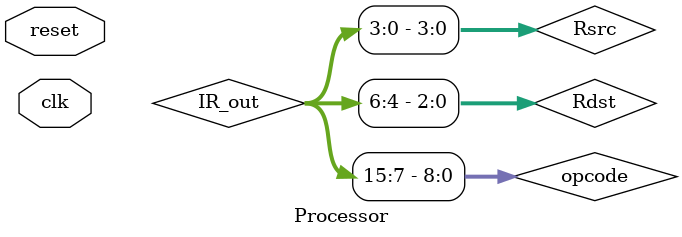
<source format=v>
module Processor (clk,reset);

//Inputs
input clk,reset;


// wires
wire write_enable,mem_en,rw,M2R,data_read,data_write;
wire [31:0] PC_in;
wire [31:0] PC_out;
wire [15:0] IR_out,MDR_out,write_data,operand1,operand2,result;
wire [8:0] opcode;
wire [1:0] alu_function;
wire [3:0] Rsrc;
wire [2:0] Rdst;
wire [5:0] outFlags;



// Instantiations
PC PC_reg (1'b1, clk, reset, PC_in, PC_out);

InstrMem #(16, 21) InstrCache (PC_out[20:0], IR_out, reset);

// IR IR_reg (1'b1, clk, reset, IR_in, IR_out);

CU ControlUnit (opcode, mem_en, rw, data_read, data_write, alu_function);

regFile #(16, 8) registers (data_write, operand1, operand2, write_data, clk, reset, Rsrc, Rdst, Rdst);

ALU_1 ALU(operand1, operand2, alu_function, result, outFlags);

DataMem  #(16, 12)  DM(operand1[11:0], result,MDR_out, reset, mem_en, rw);

Incrementor  #(32) PC_INC(PC_out,PC_in);

// Mux for MDR_out || result
mux #(16) MUX1 (result,MDR_out, write_data, M2R);


//assign reset = 1'b1;
assign opcode = IR_out[15:7];
assign Rsrc = IR_out[3:0];
assign Rdst = IR_out[6:4];
assign M2R  = mem_en & rw;

endmodule


</source>
